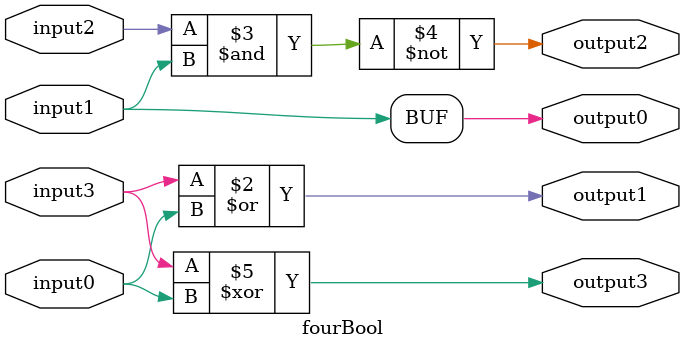
<source format=v>
module fourBool(output0,output1,output2,output3,input0,input1,input2,input3);

	output output0,output1,output2,output3;
	input input0,input1,input2,input3;

	wire output0,output1,output2,output3;

	or #50 (output0,input1,input1);
	or #50 (output1,input3,input0);
	nand #50 (output2,input2,input1);
	xor #50 (output3,input3,input0);

endmodule
</source>
